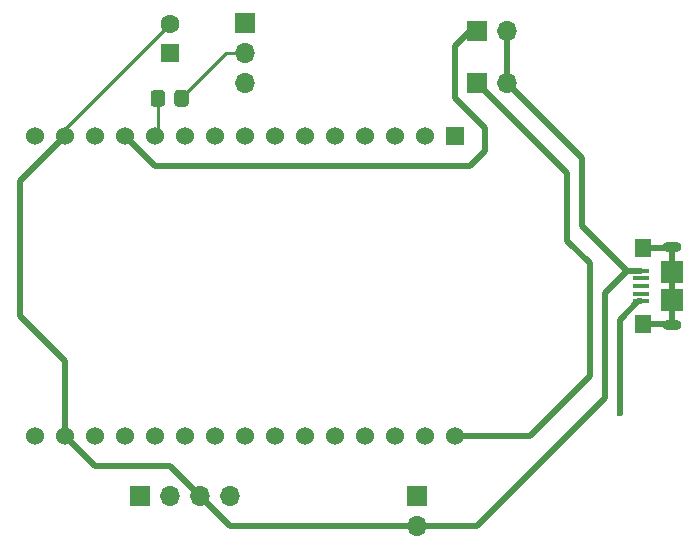
<source format=gbr>
%TF.GenerationSoftware,KiCad,Pcbnew,5.1.10*%
%TF.CreationDate,2021-10-27T21:34:53+02:00*%
%TF.ProjectId,JeanCloud_pcb_regular,4a65616e-436c-46f7-9564-5f7063625f72,rev?*%
%TF.SameCoordinates,Original*%
%TF.FileFunction,Copper,L1,Top*%
%TF.FilePolarity,Positive*%
%FSLAX46Y46*%
G04 Gerber Fmt 4.6, Leading zero omitted, Abs format (unit mm)*
G04 Created by KiCad (PCBNEW 5.1.10) date 2021-10-27 21:34:53*
%MOMM*%
%LPD*%
G01*
G04 APERTURE LIST*
%TA.AperFunction,SMDPad,CuDef*%
%ADD10R,1.350000X0.400000*%
%TD*%
%TA.AperFunction,ComponentPad*%
%ADD11O,1.600000X0.900000*%
%TD*%
%TA.AperFunction,SMDPad,CuDef*%
%ADD12R,1.400000X1.600000*%
%TD*%
%TA.AperFunction,SMDPad,CuDef*%
%ADD13R,1.900000X1.900000*%
%TD*%
%TA.AperFunction,ComponentPad*%
%ADD14R,1.700000X1.700000*%
%TD*%
%TA.AperFunction,ComponentPad*%
%ADD15O,1.700000X1.700000*%
%TD*%
%TA.AperFunction,ComponentPad*%
%ADD16R,1.524000X1.524000*%
%TD*%
%TA.AperFunction,ComponentPad*%
%ADD17C,1.524000*%
%TD*%
%TA.AperFunction,ComponentPad*%
%ADD18R,1.600000X1.600000*%
%TD*%
%TA.AperFunction,ComponentPad*%
%ADD19C,1.600000*%
%TD*%
%TA.AperFunction,ViaPad*%
%ADD20C,0.600000*%
%TD*%
%TA.AperFunction,Conductor*%
%ADD21C,0.500000*%
%TD*%
%TA.AperFunction,Conductor*%
%ADD22C,0.250000*%
%TD*%
G04 APERTURE END LIST*
D10*
%TO.P,J1,3*%
%TO.N,Net-(J1-Pad3)*%
X98290000Y-51435000D03*
%TO.P,J1,4*%
%TO.N,Net-(J1-Pad4)*%
X98290000Y-50785000D03*
%TO.P,J1,5*%
%TO.N,GND*%
X98290000Y-50135000D03*
%TO.P,J1,2*%
%TO.N,Net-(J1-Pad2)*%
X98290000Y-52085000D03*
%TO.P,J1,1*%
%TO.N,5V*%
X98290000Y-52735000D03*
D11*
%TO.P,J1,SH*%
%TO.N,Net-(J1-PadSH)*%
X100965000Y-48135000D03*
X100965000Y-54735000D03*
D12*
X98515000Y-54635000D03*
X98515000Y-48235000D03*
D13*
X100965000Y-52635000D03*
X100965000Y-50235000D03*
%TD*%
D14*
%TO.P,J2,1*%
%TO.N,Net-(J2-Pad1)*%
X55880000Y-69215000D03*
D15*
%TO.P,J2,2*%
%TO.N,Net-(J2-Pad2)*%
X58420000Y-69215000D03*
%TO.P,J2,3*%
%TO.N,GND*%
X60960000Y-69215000D03*
%TO.P,J2,4*%
%TO.N,5V*%
X63500000Y-69215000D03*
%TD*%
D14*
%TO.P,J3,1*%
%TO.N,GND*%
X64770000Y-29210000D03*
D15*
%TO.P,J3,2*%
%TO.N,Net-(J3-Pad2)*%
X64770000Y-31750000D03*
%TO.P,J3,3*%
%TO.N,5V*%
X64770000Y-34290000D03*
%TD*%
D14*
%TO.P,J4,1*%
%TO.N,Net-(J4-Pad1)*%
X79375000Y-69215000D03*
D15*
%TO.P,J4,2*%
%TO.N,GND*%
X79375000Y-71755000D03*
%TD*%
%TO.P,J5,2*%
%TO.N,GND*%
X86995000Y-29845000D03*
D14*
%TO.P,J5,1*%
%TO.N,Net-(J5-Pad1)*%
X84455000Y-29845000D03*
%TD*%
%TO.P,J6,1*%
%TO.N,Net-(J6-Pad1)*%
X84455000Y-34290000D03*
D15*
%TO.P,J6,2*%
%TO.N,GND*%
X86995000Y-34290000D03*
%TD*%
D16*
%TO.P,U1,1*%
%TO.N,Net-(U1-Pad1)*%
X82550000Y-38735000D03*
D17*
%TO.P,U1,2*%
%TO.N,Net-(U1-Pad2)*%
X80010000Y-38735000D03*
%TO.P,U1,3*%
%TO.N,Net-(U1-Pad3)*%
X77470000Y-38735000D03*
%TO.P,U1,4*%
%TO.N,Net-(U1-Pad4)*%
X74930000Y-38735000D03*
%TO.P,U1,5*%
%TO.N,Net-(U1-Pad5)*%
X72390000Y-38735000D03*
%TO.P,U1,6*%
%TO.N,Net-(J4-Pad1)*%
X69850000Y-38735000D03*
%TO.P,U1,7*%
%TO.N,Net-(U1-Pad7)*%
X67310000Y-38735000D03*
%TO.P,U1,8*%
%TO.N,Net-(U1-Pad8)*%
X64770000Y-38735000D03*
%TO.P,U1,9*%
%TO.N,Net-(U1-Pad9)*%
X62230000Y-38735000D03*
%TO.P,U1,10*%
%TO.N,Net-(U1-Pad10)*%
X59690000Y-38735000D03*
%TO.P,U1,11*%
%TO.N,Net-(R1-Pad2)*%
X57150000Y-38735000D03*
%TO.P,U1,12*%
%TO.N,Net-(J5-Pad1)*%
X54610000Y-38735000D03*
%TO.P,U1,13*%
%TO.N,Net-(U1-Pad13)*%
X52070000Y-38735000D03*
%TO.P,U1,14*%
%TO.N,GND*%
X49530000Y-38735000D03*
%TO.P,U1,15*%
%TO.N,5V*%
X46990000Y-38735000D03*
%TO.P,U1,16*%
%TO.N,Net-(U1-Pad16)*%
X46990000Y-64135000D03*
%TO.P,U1,17*%
%TO.N,GND*%
X49530000Y-64135000D03*
%TO.P,U1,18*%
%TO.N,Net-(U1-Pad18)*%
X52070000Y-64135000D03*
%TO.P,U1,19*%
%TO.N,Net-(U1-Pad19)*%
X54610000Y-64135000D03*
%TO.P,U1,20*%
%TO.N,Net-(U1-Pad20)*%
X57150000Y-64135000D03*
%TO.P,U1,21*%
%TO.N,Net-(U1-Pad21)*%
X59690000Y-64135000D03*
%TO.P,U1,22*%
%TO.N,Net-(U1-Pad22)*%
X62230000Y-64135000D03*
%TO.P,U1,23*%
%TO.N,Net-(J2-Pad2)*%
X64770000Y-64135000D03*
%TO.P,U1,24*%
%TO.N,Net-(J2-Pad1)*%
X67310000Y-64135000D03*
%TO.P,U1,25*%
%TO.N,Net-(U1-Pad25)*%
X69850000Y-64135000D03*
%TO.P,U1,26*%
%TO.N,Net-(U1-Pad26)*%
X72390000Y-64135000D03*
%TO.P,U1,27*%
%TO.N,Net-(U1-Pad27)*%
X74930000Y-64135000D03*
%TO.P,U1,28*%
%TO.N,Net-(U1-Pad28)*%
X77470000Y-64135000D03*
%TO.P,U1,29*%
%TO.N,Net-(U1-Pad29)*%
X80010000Y-64135000D03*
%TO.P,U1,30*%
%TO.N,Net-(J6-Pad1)*%
X82550000Y-64135000D03*
%TD*%
D18*
%TO.P,C1,1*%
%TO.N,5V*%
X58420000Y-31750000D03*
D19*
%TO.P,C1,2*%
%TO.N,GND*%
X58420000Y-29250000D03*
%TD*%
%TO.P,R1,1*%
%TO.N,Net-(J3-Pad2)*%
%TA.AperFunction,SMDPad,CuDef*%
G36*
G01*
X60020000Y-35109999D02*
X60020000Y-36010001D01*
G75*
G02*
X59770001Y-36260000I-249999J0D01*
G01*
X59069999Y-36260000D01*
G75*
G02*
X58820000Y-36010001I0J249999D01*
G01*
X58820000Y-35109999D01*
G75*
G02*
X59069999Y-34860000I249999J0D01*
G01*
X59770001Y-34860000D01*
G75*
G02*
X60020000Y-35109999I0J-249999D01*
G01*
G37*
%TD.AperFunction*%
%TO.P,R1,2*%
%TO.N,Net-(R1-Pad2)*%
%TA.AperFunction,SMDPad,CuDef*%
G36*
G01*
X58020000Y-35109999D02*
X58020000Y-36010001D01*
G75*
G02*
X57770001Y-36260000I-249999J0D01*
G01*
X57069999Y-36260000D01*
G75*
G02*
X56820000Y-36010001I0J249999D01*
G01*
X56820000Y-35109999D01*
G75*
G02*
X57069999Y-34860000I249999J0D01*
G01*
X57770001Y-34860000D01*
G75*
G02*
X58020000Y-35109999I0J-249999D01*
G01*
G37*
%TD.AperFunction*%
%TD*%
D20*
%TO.N,5V*%
X96520000Y-62230000D03*
%TD*%
D21*
%TO.N,GND*%
X49530000Y-64135000D02*
X49530000Y-57785000D01*
X49530000Y-57785000D02*
X45720000Y-53975000D01*
X45720000Y-42545000D02*
X49530000Y-38735000D01*
X45720000Y-53975000D02*
X45720000Y-42545000D01*
X58420000Y-66675000D02*
X60960000Y-69215000D01*
X52070000Y-66675000D02*
X58420000Y-66675000D01*
X49530000Y-64135000D02*
X52070000Y-66675000D01*
X63500000Y-71755000D02*
X60960000Y-69215000D01*
X79375000Y-71755000D02*
X63500000Y-71755000D01*
X97115000Y-50135000D02*
X93345000Y-46365000D01*
X98290000Y-50135000D02*
X97115000Y-50135000D01*
X93345000Y-40640000D02*
X86995000Y-34290000D01*
X93345000Y-46365000D02*
X93345000Y-40640000D01*
X86995000Y-34290000D02*
X86995000Y-29845000D01*
X97115000Y-50135000D02*
X95250000Y-52000000D01*
X95250000Y-52000000D02*
X95250000Y-60960000D01*
X84455000Y-71755000D02*
X79375000Y-71755000D01*
X95250000Y-60960000D02*
X84455000Y-71755000D01*
D22*
X64730000Y-29250000D02*
X64770000Y-29210000D01*
X49530000Y-38140000D02*
X49530000Y-38735000D01*
X58420000Y-29250000D02*
X49530000Y-38140000D01*
D21*
%TO.N,5V*%
X98104998Y-52735000D02*
X96520000Y-54319998D01*
X98290000Y-52735000D02*
X98104998Y-52735000D01*
X96520000Y-54319998D02*
X96520000Y-62230000D01*
%TO.N,Net-(J1-PadSH)*%
X100865000Y-48235000D02*
X100965000Y-48135000D01*
X98515000Y-48235000D02*
X100865000Y-48235000D01*
X100865000Y-54635000D02*
X100965000Y-54735000D01*
X98515000Y-54635000D02*
X100865000Y-54635000D01*
X100965000Y-54735000D02*
X100965000Y-48135000D01*
D22*
%TO.N,Net-(J3-Pad2)*%
X63230000Y-31750000D02*
X59420000Y-35560000D01*
X64770000Y-31750000D02*
X63230000Y-31750000D01*
D21*
%TO.N,Net-(J5-Pad1)*%
X83820000Y-41275000D02*
X57150000Y-41275000D01*
X85090000Y-40005000D02*
X83820000Y-41275000D01*
X82550000Y-35560000D02*
X85090000Y-38100000D01*
X85090000Y-38100000D02*
X85090000Y-40005000D01*
X82550000Y-31115000D02*
X82550000Y-35560000D01*
X57150000Y-41275000D02*
X54610000Y-38735000D01*
X83820000Y-29845000D02*
X82550000Y-31115000D01*
X84455000Y-29845000D02*
X83820000Y-29845000D01*
%TO.N,Net-(J6-Pad1)*%
X82550000Y-64135000D02*
X88900000Y-64135000D01*
X88900000Y-64135000D02*
X93980000Y-59055000D01*
X93980000Y-59055000D02*
X93980000Y-49530000D01*
X93980000Y-49530000D02*
X92075000Y-47625000D01*
X92075000Y-47625000D02*
X92075000Y-41910000D01*
X85694999Y-35529999D02*
X84455000Y-34290000D01*
X92075000Y-41910000D02*
X85694999Y-35529999D01*
D22*
%TO.N,Net-(R1-Pad2)*%
X57420000Y-38465000D02*
X57150000Y-38735000D01*
X57420000Y-35560000D02*
X57420000Y-38465000D01*
%TD*%
M02*

</source>
